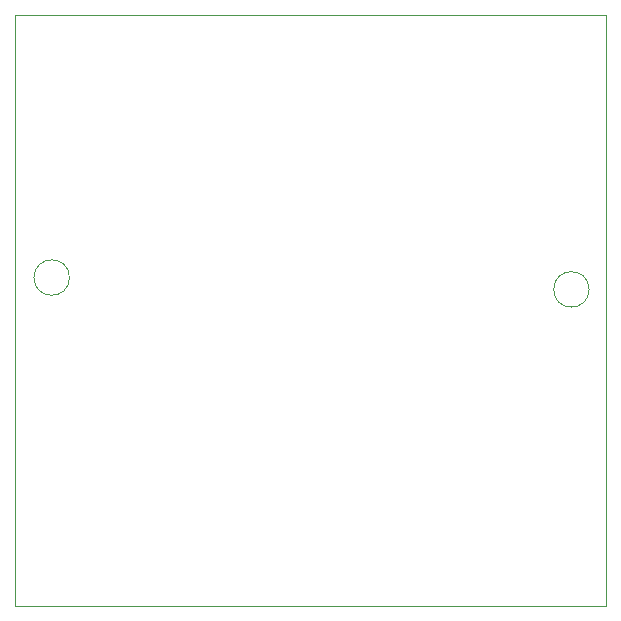
<source format=gbr>
%TF.GenerationSoftware,KiCad,Pcbnew,9.0.5-9.0.5~ubuntu24.04.1*%
%TF.CreationDate,2025-11-11T07:58:39+02:00*%
%TF.ProjectId,picr_1_9tdi,70696372-5f31-45f3-9974-64692e6b6963,1*%
%TF.SameCoordinates,Original*%
%TF.FileFunction,Profile,NP*%
%FSLAX46Y46*%
G04 Gerber Fmt 4.6, Leading zero omitted, Abs format (unit mm)*
G04 Created by KiCad (PCBNEW 9.0.5-9.0.5~ubuntu24.04.1) date 2025-11-11 07:58:39*
%MOMM*%
%LPD*%
G01*
G04 APERTURE LIST*
%TA.AperFunction,Profile*%
%ADD10C,0.050000*%
%TD*%
G04 APERTURE END LIST*
D10*
X72500000Y-89500000D02*
G75*
G02*
X69500000Y-89500000I-1500000J0D01*
G01*
X69500000Y-89500000D02*
G75*
G02*
X72500000Y-89500000I1500000J0D01*
G01*
X67900000Y-67300000D02*
X117900000Y-67300000D01*
X117900000Y-117300000D01*
X67900000Y-117300000D01*
X67900000Y-67300000D01*
X116500000Y-90500000D02*
G75*
G02*
X113500000Y-90500000I-1500000J0D01*
G01*
X113500000Y-90500000D02*
G75*
G02*
X116500000Y-90500000I1500000J0D01*
G01*
M02*

</source>
